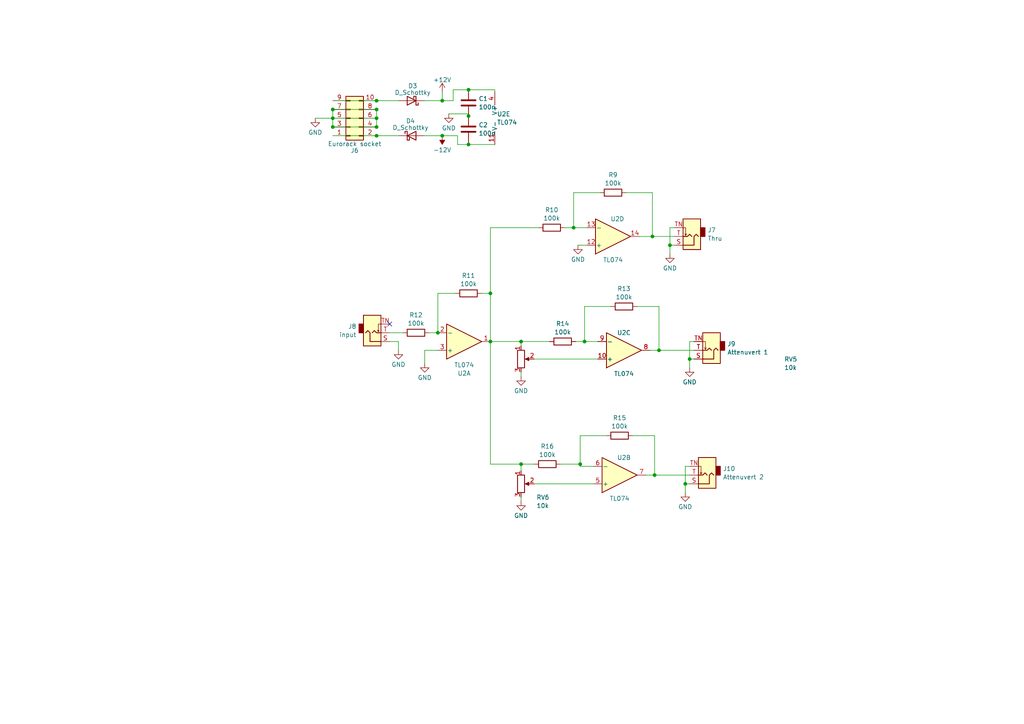
<source format=kicad_sch>
(kicad_sch (version 20230121) (generator eeschema)

  (uuid 4525c15f-808e-4e36-ad37-aac1b11607b8)

  (paper "A4")

  (lib_symbols
    (symbol "Amplifier_Operational:TL074" (pin_names (offset 0.127)) (in_bom yes) (on_board yes)
      (property "Reference" "U" (at 0 5.08 0)
        (effects (font (size 1.27 1.27)) (justify left))
      )
      (property "Value" "TL074" (at 0 -5.08 0)
        (effects (font (size 1.27 1.27)) (justify left))
      )
      (property "Footprint" "" (at -1.27 2.54 0)
        (effects (font (size 1.27 1.27)) hide)
      )
      (property "Datasheet" "http://www.ti.com/lit/ds/symlink/tl071.pdf" (at 1.27 5.08 0)
        (effects (font (size 1.27 1.27)) hide)
      )
      (property "ki_locked" "" (at 0 0 0)
        (effects (font (size 1.27 1.27)))
      )
      (property "ki_keywords" "quad opamp" (at 0 0 0)
        (effects (font (size 1.27 1.27)) hide)
      )
      (property "ki_description" "Quad Low-Noise JFET-Input Operational Amplifiers, DIP-14/SOIC-14" (at 0 0 0)
        (effects (font (size 1.27 1.27)) hide)
      )
      (property "ki_fp_filters" "SOIC*3.9x8.7mm*P1.27mm* DIP*W7.62mm* TSSOP*4.4x5mm*P0.65mm* SSOP*5.3x6.2mm*P0.65mm* MSOP*3x3mm*P0.5mm*" (at 0 0 0)
        (effects (font (size 1.27 1.27)) hide)
      )
      (symbol "TL074_1_1"
        (polyline
          (pts
            (xy -5.08 5.08)
            (xy 5.08 0)
            (xy -5.08 -5.08)
            (xy -5.08 5.08)
          )
          (stroke (width 0.254) (type default))
          (fill (type background))
        )
        (pin output line (at 7.62 0 180) (length 2.54)
          (name "~" (effects (font (size 1.27 1.27))))
          (number "1" (effects (font (size 1.27 1.27))))
        )
        (pin input line (at -7.62 -2.54 0) (length 2.54)
          (name "-" (effects (font (size 1.27 1.27))))
          (number "2" (effects (font (size 1.27 1.27))))
        )
        (pin input line (at -7.62 2.54 0) (length 2.54)
          (name "+" (effects (font (size 1.27 1.27))))
          (number "3" (effects (font (size 1.27 1.27))))
        )
      )
      (symbol "TL074_2_1"
        (polyline
          (pts
            (xy -5.08 5.08)
            (xy 5.08 0)
            (xy -5.08 -5.08)
            (xy -5.08 5.08)
          )
          (stroke (width 0.254) (type default))
          (fill (type background))
        )
        (pin input line (at -7.62 2.54 0) (length 2.54)
          (name "+" (effects (font (size 1.27 1.27))))
          (number "5" (effects (font (size 1.27 1.27))))
        )
        (pin input line (at -7.62 -2.54 0) (length 2.54)
          (name "-" (effects (font (size 1.27 1.27))))
          (number "6" (effects (font (size 1.27 1.27))))
        )
        (pin output line (at 7.62 0 180) (length 2.54)
          (name "~" (effects (font (size 1.27 1.27))))
          (number "7" (effects (font (size 1.27 1.27))))
        )
      )
      (symbol "TL074_3_1"
        (polyline
          (pts
            (xy -5.08 5.08)
            (xy 5.08 0)
            (xy -5.08 -5.08)
            (xy -5.08 5.08)
          )
          (stroke (width 0.254) (type default))
          (fill (type background))
        )
        (pin input line (at -7.62 2.54 0) (length 2.54)
          (name "+" (effects (font (size 1.27 1.27))))
          (number "10" (effects (font (size 1.27 1.27))))
        )
        (pin output line (at 7.62 0 180) (length 2.54)
          (name "~" (effects (font (size 1.27 1.27))))
          (number "8" (effects (font (size 1.27 1.27))))
        )
        (pin input line (at -7.62 -2.54 0) (length 2.54)
          (name "-" (effects (font (size 1.27 1.27))))
          (number "9" (effects (font (size 1.27 1.27))))
        )
      )
      (symbol "TL074_4_1"
        (polyline
          (pts
            (xy -5.08 5.08)
            (xy 5.08 0)
            (xy -5.08 -5.08)
            (xy -5.08 5.08)
          )
          (stroke (width 0.254) (type default))
          (fill (type background))
        )
        (pin input line (at -7.62 2.54 0) (length 2.54)
          (name "+" (effects (font (size 1.27 1.27))))
          (number "12" (effects (font (size 1.27 1.27))))
        )
        (pin input line (at -7.62 -2.54 0) (length 2.54)
          (name "-" (effects (font (size 1.27 1.27))))
          (number "13" (effects (font (size 1.27 1.27))))
        )
        (pin output line (at 7.62 0 180) (length 2.54)
          (name "~" (effects (font (size 1.27 1.27))))
          (number "14" (effects (font (size 1.27 1.27))))
        )
      )
      (symbol "TL074_5_1"
        (pin power_in line (at -2.54 -7.62 90) (length 3.81)
          (name "V-" (effects (font (size 1.27 1.27))))
          (number "11" (effects (font (size 1.27 1.27))))
        )
        (pin power_in line (at -2.54 7.62 270) (length 3.81)
          (name "V+" (effects (font (size 1.27 1.27))))
          (number "4" (effects (font (size 1.27 1.27))))
        )
      )
    )
    (symbol "Connector_Audio:AudioJack2_SwitchT" (in_bom yes) (on_board yes)
      (property "Reference" "J" (at 0 8.89 0)
        (effects (font (size 1.27 1.27)))
      )
      (property "Value" "AudioJack2_SwitchT" (at 0 6.35 0)
        (effects (font (size 1.27 1.27)))
      )
      (property "Footprint" "" (at 0 0 0)
        (effects (font (size 1.27 1.27)) hide)
      )
      (property "Datasheet" "~" (at 0 0 0)
        (effects (font (size 1.27 1.27)) hide)
      )
      (property "ki_keywords" "audio jack receptacle mono headphones phone TS connector" (at 0 0 0)
        (effects (font (size 1.27 1.27)) hide)
      )
      (property "ki_description" "Audio Jack, 2 Poles (Mono / TS), Switched T Pole (Normalling)" (at 0 0 0)
        (effects (font (size 1.27 1.27)) hide)
      )
      (property "ki_fp_filters" "Jack*" (at 0 0 0)
        (effects (font (size 1.27 1.27)) hide)
      )
      (symbol "AudioJack2_SwitchT_0_1"
        (rectangle (start -2.54 0) (end -3.81 -2.54)
          (stroke (width 0.254) (type default))
          (fill (type outline))
        )
        (polyline
          (pts
            (xy 1.778 -0.254)
            (xy 2.032 -0.762)
          )
          (stroke (width 0) (type default))
          (fill (type none))
        )
        (polyline
          (pts
            (xy 0 0)
            (xy 0.635 -0.635)
            (xy 1.27 0)
            (xy 2.54 0)
          )
          (stroke (width 0.254) (type default))
          (fill (type none))
        )
        (polyline
          (pts
            (xy 2.54 -2.54)
            (xy 1.778 -2.54)
            (xy 1.778 -0.254)
            (xy 1.524 -0.762)
          )
          (stroke (width 0) (type default))
          (fill (type none))
        )
        (polyline
          (pts
            (xy 2.54 2.54)
            (xy -0.635 2.54)
            (xy -0.635 0)
            (xy -1.27 -0.635)
            (xy -1.905 0)
          )
          (stroke (width 0.254) (type default))
          (fill (type none))
        )
        (rectangle (start 2.54 3.81) (end -2.54 -5.08)
          (stroke (width 0.254) (type default))
          (fill (type background))
        )
      )
      (symbol "AudioJack2_SwitchT_1_1"
        (pin passive line (at 5.08 2.54 180) (length 2.54)
          (name "~" (effects (font (size 1.27 1.27))))
          (number "S" (effects (font (size 1.27 1.27))))
        )
        (pin passive line (at 5.08 0 180) (length 2.54)
          (name "~" (effects (font (size 1.27 1.27))))
          (number "T" (effects (font (size 1.27 1.27))))
        )
        (pin passive line (at 5.08 -2.54 180) (length 2.54)
          (name "~" (effects (font (size 1.27 1.27))))
          (number "TN" (effects (font (size 1.27 1.27))))
        )
      )
    )
    (symbol "Connector_Generic:Conn_02x05_Odd_Even" (pin_names (offset 1.016) hide) (in_bom yes) (on_board yes)
      (property "Reference" "J" (at 1.27 7.62 0)
        (effects (font (size 1.27 1.27)))
      )
      (property "Value" "Conn_02x05_Odd_Even" (at 1.27 -7.62 0)
        (effects (font (size 1.27 1.27)))
      )
      (property "Footprint" "" (at 0 0 0)
        (effects (font (size 1.27 1.27)) hide)
      )
      (property "Datasheet" "~" (at 0 0 0)
        (effects (font (size 1.27 1.27)) hide)
      )
      (property "ki_keywords" "connector" (at 0 0 0)
        (effects (font (size 1.27 1.27)) hide)
      )
      (property "ki_description" "Generic connector, double row, 02x05, odd/even pin numbering scheme (row 1 odd numbers, row 2 even numbers), script generated (kicad-library-utils/schlib/autogen/connector/)" (at 0 0 0)
        (effects (font (size 1.27 1.27)) hide)
      )
      (property "ki_fp_filters" "Connector*:*_2x??_*" (at 0 0 0)
        (effects (font (size 1.27 1.27)) hide)
      )
      (symbol "Conn_02x05_Odd_Even_1_1"
        (rectangle (start -1.27 -4.953) (end 0 -5.207)
          (stroke (width 0.1524) (type default))
          (fill (type none))
        )
        (rectangle (start -1.27 -2.413) (end 0 -2.667)
          (stroke (width 0.1524) (type default))
          (fill (type none))
        )
        (rectangle (start -1.27 0.127) (end 0 -0.127)
          (stroke (width 0.1524) (type default))
          (fill (type none))
        )
        (rectangle (start -1.27 2.667) (end 0 2.413)
          (stroke (width 0.1524) (type default))
          (fill (type none))
        )
        (rectangle (start -1.27 5.207) (end 0 4.953)
          (stroke (width 0.1524) (type default))
          (fill (type none))
        )
        (rectangle (start -1.27 6.35) (end 3.81 -6.35)
          (stroke (width 0.254) (type default))
          (fill (type background))
        )
        (rectangle (start 3.81 -4.953) (end 2.54 -5.207)
          (stroke (width 0.1524) (type default))
          (fill (type none))
        )
        (rectangle (start 3.81 -2.413) (end 2.54 -2.667)
          (stroke (width 0.1524) (type default))
          (fill (type none))
        )
        (rectangle (start 3.81 0.127) (end 2.54 -0.127)
          (stroke (width 0.1524) (type default))
          (fill (type none))
        )
        (rectangle (start 3.81 2.667) (end 2.54 2.413)
          (stroke (width 0.1524) (type default))
          (fill (type none))
        )
        (rectangle (start 3.81 5.207) (end 2.54 4.953)
          (stroke (width 0.1524) (type default))
          (fill (type none))
        )
        (pin passive line (at -5.08 5.08 0) (length 3.81)
          (name "Pin_1" (effects (font (size 1.27 1.27))))
          (number "1" (effects (font (size 1.27 1.27))))
        )
        (pin passive line (at 7.62 -5.08 180) (length 3.81)
          (name "Pin_10" (effects (font (size 1.27 1.27))))
          (number "10" (effects (font (size 1.27 1.27))))
        )
        (pin passive line (at 7.62 5.08 180) (length 3.81)
          (name "Pin_2" (effects (font (size 1.27 1.27))))
          (number "2" (effects (font (size 1.27 1.27))))
        )
        (pin passive line (at -5.08 2.54 0) (length 3.81)
          (name "Pin_3" (effects (font (size 1.27 1.27))))
          (number "3" (effects (font (size 1.27 1.27))))
        )
        (pin passive line (at 7.62 2.54 180) (length 3.81)
          (name "Pin_4" (effects (font (size 1.27 1.27))))
          (number "4" (effects (font (size 1.27 1.27))))
        )
        (pin passive line (at -5.08 0 0) (length 3.81)
          (name "Pin_5" (effects (font (size 1.27 1.27))))
          (number "5" (effects (font (size 1.27 1.27))))
        )
        (pin passive line (at 7.62 0 180) (length 3.81)
          (name "Pin_6" (effects (font (size 1.27 1.27))))
          (number "6" (effects (font (size 1.27 1.27))))
        )
        (pin passive line (at -5.08 -2.54 0) (length 3.81)
          (name "Pin_7" (effects (font (size 1.27 1.27))))
          (number "7" (effects (font (size 1.27 1.27))))
        )
        (pin passive line (at 7.62 -2.54 180) (length 3.81)
          (name "Pin_8" (effects (font (size 1.27 1.27))))
          (number "8" (effects (font (size 1.27 1.27))))
        )
        (pin passive line (at -5.08 -5.08 0) (length 3.81)
          (name "Pin_9" (effects (font (size 1.27 1.27))))
          (number "9" (effects (font (size 1.27 1.27))))
        )
      )
    )
    (symbol "Device:C" (pin_numbers hide) (pin_names (offset 0.254)) (in_bom yes) (on_board yes)
      (property "Reference" "C" (at 0.635 2.54 0)
        (effects (font (size 1.27 1.27)) (justify left))
      )
      (property "Value" "C" (at 0.635 -2.54 0)
        (effects (font (size 1.27 1.27)) (justify left))
      )
      (property "Footprint" "" (at 0.9652 -3.81 0)
        (effects (font (size 1.27 1.27)) hide)
      )
      (property "Datasheet" "~" (at 0 0 0)
        (effects (font (size 1.27 1.27)) hide)
      )
      (property "ki_keywords" "cap capacitor" (at 0 0 0)
        (effects (font (size 1.27 1.27)) hide)
      )
      (property "ki_description" "Unpolarized capacitor" (at 0 0 0)
        (effects (font (size 1.27 1.27)) hide)
      )
      (property "ki_fp_filters" "C_*" (at 0 0 0)
        (effects (font (size 1.27 1.27)) hide)
      )
      (symbol "C_0_1"
        (polyline
          (pts
            (xy -2.032 -0.762)
            (xy 2.032 -0.762)
          )
          (stroke (width 0.508) (type default))
          (fill (type none))
        )
        (polyline
          (pts
            (xy -2.032 0.762)
            (xy 2.032 0.762)
          )
          (stroke (width 0.508) (type default))
          (fill (type none))
        )
      )
      (symbol "C_1_1"
        (pin passive line (at 0 3.81 270) (length 2.794)
          (name "~" (effects (font (size 1.27 1.27))))
          (number "1" (effects (font (size 1.27 1.27))))
        )
        (pin passive line (at 0 -3.81 90) (length 2.794)
          (name "~" (effects (font (size 1.27 1.27))))
          (number "2" (effects (font (size 1.27 1.27))))
        )
      )
    )
    (symbol "Device:D_Schottky" (pin_numbers hide) (pin_names (offset 1.016) hide) (in_bom yes) (on_board yes)
      (property "Reference" "D" (at 0 2.54 0)
        (effects (font (size 1.27 1.27)))
      )
      (property "Value" "D_Schottky" (at 0 -2.54 0)
        (effects (font (size 1.27 1.27)))
      )
      (property "Footprint" "" (at 0 0 0)
        (effects (font (size 1.27 1.27)) hide)
      )
      (property "Datasheet" "~" (at 0 0 0)
        (effects (font (size 1.27 1.27)) hide)
      )
      (property "ki_keywords" "diode Schottky" (at 0 0 0)
        (effects (font (size 1.27 1.27)) hide)
      )
      (property "ki_description" "Schottky diode" (at 0 0 0)
        (effects (font (size 1.27 1.27)) hide)
      )
      (property "ki_fp_filters" "TO-???* *_Diode_* *SingleDiode* D_*" (at 0 0 0)
        (effects (font (size 1.27 1.27)) hide)
      )
      (symbol "D_Schottky_0_1"
        (polyline
          (pts
            (xy 1.27 0)
            (xy -1.27 0)
          )
          (stroke (width 0) (type default))
          (fill (type none))
        )
        (polyline
          (pts
            (xy 1.27 1.27)
            (xy 1.27 -1.27)
            (xy -1.27 0)
            (xy 1.27 1.27)
          )
          (stroke (width 0.254) (type default))
          (fill (type none))
        )
        (polyline
          (pts
            (xy -1.905 0.635)
            (xy -1.905 1.27)
            (xy -1.27 1.27)
            (xy -1.27 -1.27)
            (xy -0.635 -1.27)
            (xy -0.635 -0.635)
          )
          (stroke (width 0.254) (type default))
          (fill (type none))
        )
      )
      (symbol "D_Schottky_1_1"
        (pin passive line (at -3.81 0 0) (length 2.54)
          (name "K" (effects (font (size 1.27 1.27))))
          (number "1" (effects (font (size 1.27 1.27))))
        )
        (pin passive line (at 3.81 0 180) (length 2.54)
          (name "A" (effects (font (size 1.27 1.27))))
          (number "2" (effects (font (size 1.27 1.27))))
        )
      )
    )
    (symbol "Device:R" (pin_numbers hide) (pin_names (offset 0)) (in_bom yes) (on_board yes)
      (property "Reference" "R" (at 2.032 0 90)
        (effects (font (size 1.27 1.27)))
      )
      (property "Value" "R" (at 0 0 90)
        (effects (font (size 1.27 1.27)))
      )
      (property "Footprint" "" (at -1.778 0 90)
        (effects (font (size 1.27 1.27)) hide)
      )
      (property "Datasheet" "~" (at 0 0 0)
        (effects (font (size 1.27 1.27)) hide)
      )
      (property "ki_keywords" "R res resistor" (at 0 0 0)
        (effects (font (size 1.27 1.27)) hide)
      )
      (property "ki_description" "Resistor" (at 0 0 0)
        (effects (font (size 1.27 1.27)) hide)
      )
      (property "ki_fp_filters" "R_*" (at 0 0 0)
        (effects (font (size 1.27 1.27)) hide)
      )
      (symbol "R_0_1"
        (rectangle (start -1.016 -2.54) (end 1.016 2.54)
          (stroke (width 0.254) (type default))
          (fill (type none))
        )
      )
      (symbol "R_1_1"
        (pin passive line (at 0 3.81 270) (length 1.27)
          (name "~" (effects (font (size 1.27 1.27))))
          (number "1" (effects (font (size 1.27 1.27))))
        )
        (pin passive line (at 0 -3.81 90) (length 1.27)
          (name "~" (effects (font (size 1.27 1.27))))
          (number "2" (effects (font (size 1.27 1.27))))
        )
      )
    )
    (symbol "Device:R_Potentiometer" (pin_names (offset 1.016) hide) (in_bom yes) (on_board yes)
      (property "Reference" "RV" (at -4.445 0 90)
        (effects (font (size 1.27 1.27)))
      )
      (property "Value" "R_Potentiometer" (at -2.54 0 90)
        (effects (font (size 1.27 1.27)))
      )
      (property "Footprint" "" (at 0 0 0)
        (effects (font (size 1.27 1.27)) hide)
      )
      (property "Datasheet" "~" (at 0 0 0)
        (effects (font (size 1.27 1.27)) hide)
      )
      (property "ki_keywords" "resistor variable" (at 0 0 0)
        (effects (font (size 1.27 1.27)) hide)
      )
      (property "ki_description" "Potentiometer" (at 0 0 0)
        (effects (font (size 1.27 1.27)) hide)
      )
      (property "ki_fp_filters" "Potentiometer*" (at 0 0 0)
        (effects (font (size 1.27 1.27)) hide)
      )
      (symbol "R_Potentiometer_0_1"
        (polyline
          (pts
            (xy 2.54 0)
            (xy 1.524 0)
          )
          (stroke (width 0) (type default))
          (fill (type none))
        )
        (polyline
          (pts
            (xy 1.143 0)
            (xy 2.286 0.508)
            (xy 2.286 -0.508)
            (xy 1.143 0)
          )
          (stroke (width 0) (type default))
          (fill (type outline))
        )
        (rectangle (start 1.016 2.54) (end -1.016 -2.54)
          (stroke (width 0.254) (type default))
          (fill (type none))
        )
      )
      (symbol "R_Potentiometer_1_1"
        (pin passive line (at 0 3.81 270) (length 1.27)
          (name "1" (effects (font (size 1.27 1.27))))
          (number "1" (effects (font (size 1.27 1.27))))
        )
        (pin passive line (at 3.81 0 180) (length 1.27)
          (name "2" (effects (font (size 1.27 1.27))))
          (number "2" (effects (font (size 1.27 1.27))))
        )
        (pin passive line (at 0 -3.81 90) (length 1.27)
          (name "3" (effects (font (size 1.27 1.27))))
          (number "3" (effects (font (size 1.27 1.27))))
        )
      )
    )
    (symbol "power:+12V" (power) (pin_names (offset 0)) (in_bom yes) (on_board yes)
      (property "Reference" "#PWR" (at 0 -3.81 0)
        (effects (font (size 1.27 1.27)) hide)
      )
      (property "Value" "+12V" (at 0 3.556 0)
        (effects (font (size 1.27 1.27)))
      )
      (property "Footprint" "" (at 0 0 0)
        (effects (font (size 1.27 1.27)) hide)
      )
      (property "Datasheet" "" (at 0 0 0)
        (effects (font (size 1.27 1.27)) hide)
      )
      (property "ki_keywords" "global power" (at 0 0 0)
        (effects (font (size 1.27 1.27)) hide)
      )
      (property "ki_description" "Power symbol creates a global label with name \"+12V\"" (at 0 0 0)
        (effects (font (size 1.27 1.27)) hide)
      )
      (symbol "+12V_0_1"
        (polyline
          (pts
            (xy -0.762 1.27)
            (xy 0 2.54)
          )
          (stroke (width 0) (type default))
          (fill (type none))
        )
        (polyline
          (pts
            (xy 0 0)
            (xy 0 2.54)
          )
          (stroke (width 0) (type default))
          (fill (type none))
        )
        (polyline
          (pts
            (xy 0 2.54)
            (xy 0.762 1.27)
          )
          (stroke (width 0) (type default))
          (fill (type none))
        )
      )
      (symbol "+12V_1_1"
        (pin power_in line (at 0 0 90) (length 0) hide
          (name "+12V" (effects (font (size 1.27 1.27))))
          (number "1" (effects (font (size 1.27 1.27))))
        )
      )
    )
    (symbol "power:-12V" (power) (pin_names (offset 0)) (in_bom yes) (on_board yes)
      (property "Reference" "#PWR" (at 0 2.54 0)
        (effects (font (size 1.27 1.27)) hide)
      )
      (property "Value" "-12V" (at 0 3.81 0)
        (effects (font (size 1.27 1.27)))
      )
      (property "Footprint" "" (at 0 0 0)
        (effects (font (size 1.27 1.27)) hide)
      )
      (property "Datasheet" "" (at 0 0 0)
        (effects (font (size 1.27 1.27)) hide)
      )
      (property "ki_keywords" "global power" (at 0 0 0)
        (effects (font (size 1.27 1.27)) hide)
      )
      (property "ki_description" "Power symbol creates a global label with name \"-12V\"" (at 0 0 0)
        (effects (font (size 1.27 1.27)) hide)
      )
      (symbol "-12V_0_0"
        (pin power_in line (at 0 0 90) (length 0) hide
          (name "-12V" (effects (font (size 1.27 1.27))))
          (number "1" (effects (font (size 1.27 1.27))))
        )
      )
      (symbol "-12V_0_1"
        (polyline
          (pts
            (xy 0 0)
            (xy 0 1.27)
            (xy 0.762 1.27)
            (xy 0 2.54)
            (xy -0.762 1.27)
            (xy 0 1.27)
          )
          (stroke (width 0) (type default))
          (fill (type outline))
        )
      )
    )
    (symbol "power:GND" (power) (pin_names (offset 0)) (in_bom yes) (on_board yes)
      (property "Reference" "#PWR" (at 0 -6.35 0)
        (effects (font (size 1.27 1.27)) hide)
      )
      (property "Value" "GND" (at 0 -3.81 0)
        (effects (font (size 1.27 1.27)))
      )
      (property "Footprint" "" (at 0 0 0)
        (effects (font (size 1.27 1.27)) hide)
      )
      (property "Datasheet" "" (at 0 0 0)
        (effects (font (size 1.27 1.27)) hide)
      )
      (property "ki_keywords" "global power" (at 0 0 0)
        (effects (font (size 1.27 1.27)) hide)
      )
      (property "ki_description" "Power symbol creates a global label with name \"GND\" , ground" (at 0 0 0)
        (effects (font (size 1.27 1.27)) hide)
      )
      (symbol "GND_0_1"
        (polyline
          (pts
            (xy 0 0)
            (xy 0 -1.27)
            (xy 1.27 -1.27)
            (xy 0 -2.54)
            (xy -1.27 -1.27)
            (xy 0 -1.27)
          )
          (stroke (width 0) (type default))
          (fill (type none))
        )
      )
      (symbol "GND_1_1"
        (pin power_in line (at 0 0 270) (length 0) hide
          (name "GND" (effects (font (size 1.27 1.27))))
          (number "1" (effects (font (size 1.27 1.27))))
        )
      )
    )
  )

  (junction (at 109.22 29.21) (diameter 0) (color 0 0 0 0)
    (uuid 0bb8de5b-3706-472f-b4d2-712d5fad7354)
  )
  (junction (at 168.275 134.62) (diameter 0) (color 0 0 0 0)
    (uuid 0f71c1d2-2405-4861-b432-c5d9c5d3b1bf)
  )
  (junction (at 189.23 68.58) (diameter 0) (color 0 0 0 0)
    (uuid 1212b1e1-2cf3-4960-802e-0f6f366af7c5)
  )
  (junction (at 127 96.52) (diameter 0) (color 0 0 0 0)
    (uuid 1b09f304-905a-4fdf-95ca-b0c61d272650)
  )
  (junction (at 128.27 39.37) (diameter 0) (color 0 0 0 0)
    (uuid 3225910d-6ff6-4865-8307-7fe5df99dbe0)
  )
  (junction (at 142.24 85.09) (diameter 0) (color 0 0 0 0)
    (uuid 475abb8b-12dd-4235-ab6c-924ae46e84aa)
  )
  (junction (at 166.37 66.04) (diameter 0) (color 0 0 0 0)
    (uuid 4ce16af6-8b88-4904-b64f-c26219a0db32)
  )
  (junction (at 96.52 34.29) (diameter 0) (color 0 0 0 0)
    (uuid 5d97ca22-5865-4ec7-acd6-4d8f8b53abd2)
  )
  (junction (at 109.22 34.29) (diameter 0) (color 0 0 0 0)
    (uuid 6051cccf-a9ed-4d14-bb79-6804a306b9cf)
  )
  (junction (at 200.025 104.14) (diameter 0) (color 0 0 0 0)
    (uuid 630362eb-9dc2-45c5-b5f1-8a0118e10c18)
  )
  (junction (at 96.52 36.83) (diameter 0) (color 0 0 0 0)
    (uuid 654a1f70-52b7-43ee-9936-2a8bdd1068c6)
  )
  (junction (at 135.89 41.91) (diameter 0) (color 0 0 0 0)
    (uuid 720264ea-e388-46ac-8487-3c0e8718dc7b)
  )
  (junction (at 194.31 71.12) (diameter 0) (color 0 0 0 0)
    (uuid 740b8f79-2cee-471b-98ab-ee78544569d9)
  )
  (junction (at 191.135 101.6) (diameter 0) (color 0 0 0 0)
    (uuid 815747eb-af7b-4353-b2c9-a6f0ee68d978)
  )
  (junction (at 109.22 31.75) (diameter 0) (color 0 0 0 0)
    (uuid 8d697309-6052-4bfd-872c-7626c1319807)
  )
  (junction (at 151.13 99.06) (diameter 0) (color 0 0 0 0)
    (uuid 94b815ec-ca7a-401a-ac65-901a81311242)
  )
  (junction (at 198.755 140.335) (diameter 0) (color 0 0 0 0)
    (uuid 97105572-856a-4c06-a4ee-7c9f3243688e)
  )
  (junction (at 189.865 137.795) (diameter 0) (color 0 0 0 0)
    (uuid 988fb9db-3d58-4955-903b-514fb90e3f96)
  )
  (junction (at 135.89 33.655) (diameter 0) (color 0 0 0 0)
    (uuid 9dfcd0a1-ba3d-4ec3-9809-7fd7cce22616)
  )
  (junction (at 109.22 36.83) (diameter 0) (color 0 0 0 0)
    (uuid ab32f4a7-4a1e-4310-8432-3c38346ff45b)
  )
  (junction (at 96.52 31.75) (diameter 0) (color 0 0 0 0)
    (uuid b17de857-eb23-4a44-ad31-3b464f8aa603)
  )
  (junction (at 109.22 39.37) (diameter 0) (color 0 0 0 0)
    (uuid d14db723-6256-4bef-a21d-a638c3791be8)
  )
  (junction (at 128.27 29.21) (diameter 0) (color 0 0 0 0)
    (uuid d2e55146-1fac-4e06-8c84-c43650a088a0)
  )
  (junction (at 135.89 26.035) (diameter 0) (color 0 0 0 0)
    (uuid d49f6b2d-9ad9-48ed-9d40-007d0d520e0c)
  )
  (junction (at 151.13 134.62) (diameter 0) (color 0 0 0 0)
    (uuid f3019de7-b669-435a-b883-d2d296217fc1)
  )
  (junction (at 142.24 99.06) (diameter 0) (color 0 0 0 0)
    (uuid f3868671-a444-445c-a802-006734e1edbc)
  )
  (junction (at 169.545 99.06) (diameter 0) (color 0 0 0 0)
    (uuid f5952aae-c32e-4aef-9814-179305166bf2)
  )

  (no_connect (at 113.03 93.98) (uuid 44135d82-165d-4204-a80c-a3686cc9e1c1))

  (wire (pts (xy 130.175 33.02) (xy 135.89 33.02))
    (stroke (width 0) (type default))
    (uuid 00d8886f-f64b-4017-81ce-d7f212939692)
  )
  (wire (pts (xy 166.37 55.88) (xy 166.37 66.04))
    (stroke (width 0) (type default))
    (uuid 0b76f2d9-13d7-454e-adc8-c0ce3534290c)
  )
  (wire (pts (xy 96.52 34.29) (xy 96.52 36.83))
    (stroke (width 0) (type default))
    (uuid 0d0412be-e127-49a7-809a-4d3f93046801)
  )
  (wire (pts (xy 200.025 135.255) (xy 198.755 135.255))
    (stroke (width 0) (type default))
    (uuid 11dff4da-0065-45fe-9ac2-732cac1bf891)
  )
  (wire (pts (xy 181.61 55.88) (xy 189.23 55.88))
    (stroke (width 0) (type default))
    (uuid 14c85666-43d6-456f-90dc-02d5d71facc3)
  )
  (wire (pts (xy 189.23 55.88) (xy 189.23 68.58))
    (stroke (width 0) (type default))
    (uuid 16fa18a5-a8b4-45ea-9a31-3062e5522cb5)
  )
  (wire (pts (xy 201.295 99.06) (xy 200.025 99.06))
    (stroke (width 0) (type default))
    (uuid 1c7e3105-d837-4f79-a849-0dceba616fd6)
  )
  (wire (pts (xy 109.22 31.75) (xy 109.22 34.29))
    (stroke (width 0) (type default))
    (uuid 1cbd2759-3bd3-4352-a83e-ba48b81b9bcf)
  )
  (wire (pts (xy 169.545 88.9) (xy 169.545 99.06))
    (stroke (width 0) (type default))
    (uuid 20133be9-aa9a-4160-8351-04690998630d)
  )
  (wire (pts (xy 194.31 66.04) (xy 194.31 71.12))
    (stroke (width 0) (type default))
    (uuid 229bc281-8f62-47cc-8f75-7e0c901baa04)
  )
  (wire (pts (xy 162.56 134.62) (xy 168.275 134.62))
    (stroke (width 0) (type default))
    (uuid 27729149-68da-4470-a15a-8c052b5cf9d1)
  )
  (wire (pts (xy 128.27 39.37) (xy 132.715 39.37))
    (stroke (width 0) (type default))
    (uuid 2c3acdc9-0ab7-4d41-8b84-b0cedf886ddb)
  )
  (wire (pts (xy 131.445 26.035) (xy 131.445 29.21))
    (stroke (width 0) (type default))
    (uuid 3130b851-571b-493a-a2a2-8bc34c1e4ac0)
  )
  (wire (pts (xy 189.865 137.795) (xy 200.025 137.795))
    (stroke (width 0) (type default))
    (uuid 31972763-5997-489f-b32e-ba202d8e8bc4)
  )
  (wire (pts (xy 168.275 126.365) (xy 168.275 134.62))
    (stroke (width 0) (type default))
    (uuid 319efd6e-686b-4a80-868b-9503ab8e051a)
  )
  (wire (pts (xy 191.135 101.6) (xy 201.295 101.6))
    (stroke (width 0) (type default))
    (uuid 375f04b0-ff3d-44d9-b2b5-5a983599b5ce)
  )
  (wire (pts (xy 151.13 99.06) (xy 159.385 99.06))
    (stroke (width 0) (type default))
    (uuid 38f44d7c-851f-4c91-b4f9-083e31e6d56f)
  )
  (wire (pts (xy 115.57 99.06) (xy 115.57 101.6))
    (stroke (width 0) (type default))
    (uuid 3bd65d2a-19b2-4def-ab99-1dbb81182467)
  )
  (wire (pts (xy 191.135 88.9) (xy 191.135 101.6))
    (stroke (width 0) (type default))
    (uuid 3d0ee4be-43c4-437a-b85e-7b2f5fad8b4d)
  )
  (wire (pts (xy 201.295 104.14) (xy 200.025 104.14))
    (stroke (width 0) (type default))
    (uuid 419a27cd-b7dd-4c99-a2fb-dc6cf561d0d4)
  )
  (wire (pts (xy 127 85.09) (xy 127 96.52))
    (stroke (width 0) (type default))
    (uuid 4496c4e3-4c0c-4c25-98a1-b7787a4d6f96)
  )
  (wire (pts (xy 142.24 85.09) (xy 142.24 99.06))
    (stroke (width 0) (type default))
    (uuid 46ae7764-0e72-4421-89f6-71b45974f31e)
  )
  (wire (pts (xy 123.19 29.21) (xy 128.27 29.21))
    (stroke (width 0) (type default))
    (uuid 47bf4142-5e4e-448e-833f-b2fe185d629e)
  )
  (wire (pts (xy 168.275 126.365) (xy 175.895 126.365))
    (stroke (width 0) (type default))
    (uuid 4d121375-5f28-4982-919a-27c3de216100)
  )
  (wire (pts (xy 142.24 66.04) (xy 156.21 66.04))
    (stroke (width 0) (type default))
    (uuid 4fa01646-b9ad-4f35-bd60-9907ba98c426)
  )
  (wire (pts (xy 109.22 34.29) (xy 109.22 36.83))
    (stroke (width 0) (type default))
    (uuid 553d9019-32db-47e0-9695-cd03c98bf62b)
  )
  (wire (pts (xy 139.7 85.09) (xy 142.24 85.09))
    (stroke (width 0) (type default))
    (uuid 583474ab-ce7c-4b9e-8529-6758aca37986)
  )
  (wire (pts (xy 96.52 29.21) (xy 109.22 29.21))
    (stroke (width 0) (type default))
    (uuid 5c484ece-b601-4130-bc8e-faae98a66392)
  )
  (wire (pts (xy 135.89 41.275) (xy 135.89 41.91))
    (stroke (width 0) (type default))
    (uuid 5ca1e21d-4e8e-43a6-926c-74cc7407012e)
  )
  (wire (pts (xy 168.275 134.62) (xy 168.275 135.255))
    (stroke (width 0) (type default))
    (uuid 5d9d0369-ade3-41a8-a4e8-4ea7e42840f2)
  )
  (wire (pts (xy 198.755 140.335) (xy 198.755 142.875))
    (stroke (width 0) (type default))
    (uuid 5e46ab55-910d-40c7-8a9a-a2ddea45b975)
  )
  (wire (pts (xy 200.025 140.335) (xy 198.755 140.335))
    (stroke (width 0) (type default))
    (uuid 649312ec-0998-415a-b834-c20401002ffa)
  )
  (wire (pts (xy 132.715 39.37) (xy 132.715 41.91))
    (stroke (width 0) (type default))
    (uuid 69079147-07b4-4e8f-bbe6-0e9480790b01)
  )
  (wire (pts (xy 128.27 29.21) (xy 128.27 26.67))
    (stroke (width 0) (type default))
    (uuid 6eda28dc-0b38-4e6d-b8cb-7126478345a9)
  )
  (wire (pts (xy 96.52 39.37) (xy 109.22 39.37))
    (stroke (width 0) (type default))
    (uuid 71ca7c2e-1a49-44d1-933f-4bf04ed03092)
  )
  (wire (pts (xy 169.545 99.06) (xy 173.355 99.06))
    (stroke (width 0) (type default))
    (uuid 72d93b78-0a6b-4926-8c18-eb65fa35b773)
  )
  (wire (pts (xy 96.52 36.83) (xy 109.22 36.83))
    (stroke (width 0) (type default))
    (uuid 752b104f-3f15-4531-8d5d-4efff7b18025)
  )
  (wire (pts (xy 123.19 101.6) (xy 123.19 105.41))
    (stroke (width 0) (type default))
    (uuid 78924c95-159d-4ed1-930e-a4f41d064a3f)
  )
  (wire (pts (xy 135.89 26.035) (xy 143.51 26.035))
    (stroke (width 0) (type default))
    (uuid 7d6a820e-7909-42ec-b6b8-ceab15a1cf37)
  )
  (wire (pts (xy 143.51 26.035) (xy 143.51 26.67))
    (stroke (width 0) (type default))
    (uuid 80d60b0b-d3b5-40bc-a375-7d98f485afbb)
  )
  (wire (pts (xy 142.24 134.62) (xy 151.13 134.62))
    (stroke (width 0) (type default))
    (uuid 86b180ee-ae63-4806-8afd-a8c7ffe789bd)
  )
  (wire (pts (xy 200.025 104.14) (xy 200.025 106.68))
    (stroke (width 0) (type default))
    (uuid 8724dce9-09aa-4052-897a-2aad7074e9bd)
  )
  (wire (pts (xy 151.13 99.06) (xy 151.13 100.33))
    (stroke (width 0) (type default))
    (uuid 87d06f31-c8a1-4a25-baca-b8413c02af9e)
  )
  (wire (pts (xy 151.13 134.62) (xy 154.94 134.62))
    (stroke (width 0) (type default))
    (uuid 8c0a0cd4-eeb9-4875-9b45-f1889f5de2ff)
  )
  (wire (pts (xy 189.23 68.58) (xy 195.58 68.58))
    (stroke (width 0) (type default))
    (uuid 8d4dcf18-3104-43b5-95fa-9eae83ed2743)
  )
  (wire (pts (xy 169.545 88.9) (xy 177.165 88.9))
    (stroke (width 0) (type default))
    (uuid 9177f30f-4e5a-44b9-b04b-d4218dc1ec82)
  )
  (wire (pts (xy 132.715 41.91) (xy 135.89 41.91))
    (stroke (width 0) (type default))
    (uuid 91b1aa7a-4bc8-48f8-940b-0ac806a26190)
  )
  (wire (pts (xy 96.52 31.75) (xy 96.52 34.29))
    (stroke (width 0) (type default))
    (uuid 97a2a6d0-2f77-4342-9436-b1fd8b1d6bf8)
  )
  (wire (pts (xy 194.31 71.12) (xy 194.31 73.66))
    (stroke (width 0) (type default))
    (uuid 99d412dc-84f0-46e6-97c1-0098ee8b15f7)
  )
  (wire (pts (xy 132.08 85.09) (xy 127 85.09))
    (stroke (width 0) (type default))
    (uuid 9b7fc7a0-6433-450f-ac88-9c055f863706)
  )
  (wire (pts (xy 184.785 88.9) (xy 191.135 88.9))
    (stroke (width 0) (type default))
    (uuid 9e3a08d3-7c08-4a07-8548-f13c9c3b4f09)
  )
  (wire (pts (xy 191.135 101.6) (xy 188.595 101.6))
    (stroke (width 0) (type default))
    (uuid a085f7f4-69ff-4125-bf5b-bdedbc5a8ca7)
  )
  (wire (pts (xy 91.44 34.29) (xy 96.52 34.29))
    (stroke (width 0) (type default))
    (uuid a0cd9c00-0466-491c-b59d-22deae175691)
  )
  (wire (pts (xy 123.19 39.37) (xy 128.27 39.37))
    (stroke (width 0) (type default))
    (uuid a123318d-14e8-46d3-9663-79e6d15df1f0)
  )
  (wire (pts (xy 151.13 107.95) (xy 151.13 109.22))
    (stroke (width 0) (type default))
    (uuid a1238c78-69b4-4f13-a7fd-e6b5a39058c2)
  )
  (wire (pts (xy 154.94 140.335) (xy 172.085 140.335))
    (stroke (width 0) (type default))
    (uuid a1bc65ca-c867-4475-ac69-0a8941503cf4)
  )
  (wire (pts (xy 142.24 99.06) (xy 151.13 99.06))
    (stroke (width 0) (type default))
    (uuid a30fcc6d-bf1d-491f-8f24-9a11db10f443)
  )
  (wire (pts (xy 96.52 31.75) (xy 109.22 31.75))
    (stroke (width 0) (type default))
    (uuid a57e871a-7317-4935-b207-1b6ad95b2920)
  )
  (wire (pts (xy 195.58 66.04) (xy 194.31 66.04))
    (stroke (width 0) (type default))
    (uuid a5a6e93f-bd67-4b8c-acc8-1f04f69e0986)
  )
  (wire (pts (xy 154.94 104.14) (xy 173.355 104.14))
    (stroke (width 0) (type default))
    (uuid abdba60b-570c-48c8-af04-ad4d0596b334)
  )
  (wire (pts (xy 115.57 99.06) (xy 113.03 99.06))
    (stroke (width 0) (type default))
    (uuid af68f63a-1a6b-4183-bcb1-c674bf1958f2)
  )
  (wire (pts (xy 131.445 29.21) (xy 128.27 29.21))
    (stroke (width 0) (type default))
    (uuid b4972e73-8b0e-4907-beb2-e0c867ad0ca8)
  )
  (wire (pts (xy 135.89 26.035) (xy 131.445 26.035))
    (stroke (width 0) (type default))
    (uuid bab8e18b-eec1-41bc-90fc-ffd9edc5ffc2)
  )
  (wire (pts (xy 135.89 33.02) (xy 135.89 33.655))
    (stroke (width 0) (type default))
    (uuid bb2bc903-3950-40b2-b149-3a594ae0ccd4)
  )
  (wire (pts (xy 135.89 41.91) (xy 143.51 41.91))
    (stroke (width 0) (type default))
    (uuid bc25400d-5864-4820-a738-36392d02dda2)
  )
  (wire (pts (xy 189.865 137.795) (xy 187.325 137.795))
    (stroke (width 0) (type default))
    (uuid be1e90ad-8015-44de-a2f6-1f7512d08cbc)
  )
  (wire (pts (xy 96.52 34.29) (xy 109.22 34.29))
    (stroke (width 0) (type default))
    (uuid c0eb6495-bb46-4618-b57b-b6f05bc412e1)
  )
  (wire (pts (xy 127 101.6) (xy 123.19 101.6))
    (stroke (width 0) (type default))
    (uuid c30fb779-09de-4826-bef3-f4bf48afdf9a)
  )
  (wire (pts (xy 189.23 68.58) (xy 185.42 68.58))
    (stroke (width 0) (type default))
    (uuid c38128ed-2fc4-4b07-af4c-3cafd6645603)
  )
  (wire (pts (xy 189.865 126.365) (xy 189.865 137.795))
    (stroke (width 0) (type default))
    (uuid c3d698f5-bffd-48cb-8608-2e8271e480b1)
  )
  (wire (pts (xy 198.755 135.255) (xy 198.755 140.335))
    (stroke (width 0) (type default))
    (uuid c5094152-224b-4e8a-8793-d9318704cbac)
  )
  (wire (pts (xy 109.22 39.37) (xy 115.57 39.37))
    (stroke (width 0) (type default))
    (uuid c6449a74-c4a9-4e50-aeb9-3ca6addc7f8e)
  )
  (wire (pts (xy 173.99 55.88) (xy 166.37 55.88))
    (stroke (width 0) (type default))
    (uuid c7db1842-ac2b-4c22-b215-13d9015696f7)
  )
  (wire (pts (xy 142.24 85.09) (xy 142.24 66.04))
    (stroke (width 0) (type default))
    (uuid c9c19e40-9aac-4167-8398-7c7c08cbefd1)
  )
  (wire (pts (xy 163.83 66.04) (xy 166.37 66.04))
    (stroke (width 0) (type default))
    (uuid d17bca8a-0be7-49d6-ad5a-8bb8d0764e15)
  )
  (wire (pts (xy 124.46 96.52) (xy 127 96.52))
    (stroke (width 0) (type default))
    (uuid dc2c7de0-9080-4851-8f32-ec2b689a06ce)
  )
  (wire (pts (xy 151.13 134.62) (xy 151.13 136.525))
    (stroke (width 0) (type default))
    (uuid e20b09e1-ab1c-4466-a308-c9ef679ef275)
  )
  (wire (pts (xy 195.58 71.12) (xy 194.31 71.12))
    (stroke (width 0) (type default))
    (uuid e59e8f87-c658-45b2-832d-da2a5cebe3ef)
  )
  (wire (pts (xy 151.13 144.145) (xy 151.13 145.415))
    (stroke (width 0) (type default))
    (uuid ea2813ba-3f8e-4a8e-b517-cbe4079e8f1b)
  )
  (wire (pts (xy 116.84 96.52) (xy 113.03 96.52))
    (stroke (width 0) (type default))
    (uuid eff5e975-c9a8-4874-bdf1-677d248796f8)
  )
  (wire (pts (xy 168.275 135.255) (xy 172.085 135.255))
    (stroke (width 0) (type default))
    (uuid f21aa50a-02b3-4c43-88be-ce02edcd9eeb)
  )
  (wire (pts (xy 109.22 29.21) (xy 115.57 29.21))
    (stroke (width 0) (type default))
    (uuid f4899a27-3900-4fc0-b0a8-b90a2585940b)
  )
  (wire (pts (xy 142.24 99.06) (xy 142.24 134.62))
    (stroke (width 0) (type default))
    (uuid f65a606a-03f9-47a4-afd4-a48e6b4039fc)
  )
  (wire (pts (xy 167.005 99.06) (xy 169.545 99.06))
    (stroke (width 0) (type default))
    (uuid f7954bbd-c6ec-4f00-b04e-76b164a1080c)
  )
  (wire (pts (xy 200.025 99.06) (xy 200.025 104.14))
    (stroke (width 0) (type default))
    (uuid f94a0eb3-68d5-4bad-ae34-cc9cdc70bb55)
  )
  (wire (pts (xy 183.515 126.365) (xy 189.865 126.365))
    (stroke (width 0) (type default))
    (uuid f9baaa7f-b80e-4fa0-af2a-8fbf0a3e231c)
  )
  (wire (pts (xy 167.64 71.12) (xy 170.18 71.12))
    (stroke (width 0) (type default))
    (uuid fc82460f-8ba8-4b8e-8435-3f0ab2297bf5)
  )
  (wire (pts (xy 166.37 66.04) (xy 170.18 66.04))
    (stroke (width 0) (type default))
    (uuid fe5ce4a8-abcf-4f85-ab8a-36533cbf8f8f)
  )

  (symbol (lib_id "Connector_Generic:Conn_02x05_Odd_Even") (at 101.6 34.29 0) (mirror x) (unit 1)
    (in_bom yes) (on_board yes) (dnp no)
    (uuid 1415e108-dd08-4139-a90d-91ce110f4d23)
    (property "Reference" "J6" (at 102.87 43.6499 0)
      (effects (font (size 1.27 1.27)))
    )
    (property "Value" "Eurorack socket" (at 102.87 41.7289 0)
      (effects (font (size 1.27 1.27)))
    )
    (property "Footprint" "Connector_IDC:IDC-Header_2x05_P2.54mm_Vertical" (at 101.6 34.29 0)
      (effects (font (size 1.27 1.27)) hide)
    )
    (property "Datasheet" "~" (at 101.6 34.29 0)
      (effects (font (size 1.27 1.27)) hide)
    )
    (pin "1" (uuid 87b00d2e-e19a-417b-8bce-de7e87567fb2))
    (pin "10" (uuid 58cdcfd1-a225-4de0-9377-b1638df8f0d9))
    (pin "2" (uuid 7276e7d8-13e9-40e0-add7-b055d5013550))
    (pin "3" (uuid 912e2eb0-c50d-4a16-91be-c5958adaec9b))
    (pin "4" (uuid d45487a8-e817-4864-8e19-c25423b59df9))
    (pin "5" (uuid 35456dbd-569f-4bef-a9a0-c34804765f20))
    (pin "6" (uuid 1537d841-6b1c-4ab9-ac06-dd486ba3a6dd))
    (pin "7" (uuid 458f8709-ca61-4b63-908e-26fb7b3227fd))
    (pin "8" (uuid be76e328-b108-4456-aa85-44cd4acc279d))
    (pin "9" (uuid c6830871-ff21-41d7-9ac7-8969b40f732b))
    (instances
      (project "EuroClack - Multiverter - main PCB"
        (path "/4525c15f-808e-4e36-ad37-aac1b11607b8"
          (reference "J6") (unit 1)
        )
      )
      (project "Euroclack_VCF1"
        (path "/c23848a2-d966-4796-bc9c-92a3d85c9e97"
          (reference "J5") (unit 1)
        )
      )
    )
  )

  (symbol (lib_id "power:+12V") (at 128.27 26.67 0) (unit 1)
    (in_bom yes) (on_board yes) (dnp no) (fields_autoplaced)
    (uuid 19f8f18a-f308-4247-bf8f-b3fbf9a054a3)
    (property "Reference" "#PWR015" (at 128.27 30.48 0)
      (effects (font (size 1.27 1.27)) hide)
    )
    (property "Value" "+12V" (at 128.27 23.1681 0)
      (effects (font (size 1.27 1.27)))
    )
    (property "Footprint" "" (at 128.27 26.67 0)
      (effects (font (size 1.27 1.27)) hide)
    )
    (property "Datasheet" "" (at 128.27 26.67 0)
      (effects (font (size 1.27 1.27)) hide)
    )
    (pin "1" (uuid 1a6028e7-4728-4998-bf05-18093431f54d))
    (instances
      (project "EuroClack - Multiverter - main PCB"
        (path "/4525c15f-808e-4e36-ad37-aac1b11607b8"
          (reference "#PWR015") (unit 1)
        )
      )
      (project "Euroclack_VCF1"
        (path "/c23848a2-d966-4796-bc9c-92a3d85c9e97"
          (reference "#PWR019") (unit 1)
        )
      )
    )
  )

  (symbol (lib_id "Amplifier_Operational:TL074") (at 180.975 101.6 0) (mirror x) (unit 3)
    (in_bom yes) (on_board yes) (dnp no)
    (uuid 1a516cba-88d7-430b-974b-c4f50a01098d)
    (property "Reference" "U2" (at 180.975 96.52 0)
      (effects (font (size 1.27 1.27)))
    )
    (property "Value" "TL074" (at 180.975 108.4001 0)
      (effects (font (size 1.27 1.27)))
    )
    (property "Footprint" "Clacktronics:DIP-14_W7.62mm_LongPads" (at 179.705 104.14 0)
      (effects (font (size 1.27 1.27)) hide)
    )
    (property "Datasheet" "http://www.ti.com/lit/ds/symlink/tl071.pdf" (at 182.245 106.68 0)
      (effects (font (size 1.27 1.27)) hide)
    )
    (pin "14" (uuid 02a16c17-27ed-4092-acf5-ba5c72a21769))
    (pin "1" (uuid 210e111b-49cb-4eae-9dbe-289fc3e1a1f7))
    (pin "10" (uuid d009e724-7eac-4cba-9c2b-0f5003fb3902))
    (pin "5" (uuid 9af452fe-dd2c-4158-b274-0bdb10641bc3))
    (pin "6" (uuid c3aa30c0-0542-42bc-9993-02c478601d0f))
    (pin "12" (uuid cc2041ea-9bdd-454d-bdec-481c46442151))
    (pin "2" (uuid c52b64a3-cd62-42c1-baa7-9cddffe7e50d))
    (pin "9" (uuid 96a06daf-b0ed-49a7-ab4f-81c077f22458))
    (pin "13" (uuid 0c53e60a-f5c3-4d82-a679-f582020b2c05))
    (pin "3" (uuid e343ff57-057f-456e-bc80-7a20b405d1c5))
    (pin "4" (uuid e02acb8a-a3ac-443c-8a4d-890bdde6b231))
    (pin "8" (uuid 18d7f775-2003-44ec-a636-7f8234b5ba51))
    (pin "7" (uuid 64911614-ef52-4b28-8c14-7ccf85da897c))
    (pin "11" (uuid ac798726-614a-4d59-bc48-1fa1fb1734b3))
    (instances
      (project "EuroClack - Multiverter - main PCB"
        (path "/4525c15f-808e-4e36-ad37-aac1b11607b8"
          (reference "U2") (unit 3)
        )
      )
    )
  )

  (symbol (lib_id "Amplifier_Operational:TL074") (at 146.05 34.29 0) (unit 5)
    (in_bom yes) (on_board yes) (dnp no) (fields_autoplaced)
    (uuid 26103dec-ae34-4c0c-bb5c-49ea87b05653)
    (property "Reference" "U2" (at 144.145 33.0779 0)
      (effects (font (size 1.27 1.27)) (justify left))
    )
    (property "Value" "TL074" (at 144.145 35.5021 0)
      (effects (font (size 1.27 1.27)) (justify left))
    )
    (property "Footprint" "Clacktronics:DIP-14_W7.62mm_LongPads" (at 144.78 31.75 0)
      (effects (font (size 1.27 1.27)) hide)
    )
    (property "Datasheet" "http://www.ti.com/lit/ds/symlink/tl071.pdf" (at 147.32 29.21 0)
      (effects (font (size 1.27 1.27)) hide)
    )
    (pin "14" (uuid 02a16c17-27ed-4092-acf5-ba5c72a21767))
    (pin "1" (uuid 210e111b-49cb-4eae-9dbe-289fc3e1a1f5))
    (pin "10" (uuid 80b76b57-7fe3-4276-9c64-d0c07cdf49ae))
    (pin "5" (uuid 9af452fe-dd2c-4158-b274-0bdb10641bc1))
    (pin "6" (uuid c3aa30c0-0542-42bc-9993-02c478601d0d))
    (pin "12" (uuid cc2041ea-9bdd-454d-bdec-481c4644214f))
    (pin "2" (uuid c52b64a3-cd62-42c1-baa7-9cddffe7e50b))
    (pin "9" (uuid 9ca503ed-9375-4480-aa65-b122e3deb14e))
    (pin "13" (uuid 0c53e60a-f5c3-4d82-a679-f582020b2c03))
    (pin "3" (uuid e343ff57-057f-456e-bc80-7a20b405d1c3))
    (pin "4" (uuid 8c7a0cc7-1717-419c-ba29-c5b9d374ea36))
    (pin "8" (uuid 5b30f64c-f713-41d8-865d-6cf23c1935c3))
    (pin "7" (uuid 64911614-ef52-4b28-8c14-7ccf85da897a))
    (pin "11" (uuid 17228cd0-1fc3-4fbc-adc4-8a30092bc57b))
    (instances
      (project "EuroClack - Multiverter - main PCB"
        (path "/4525c15f-808e-4e36-ad37-aac1b11607b8"
          (reference "U2") (unit 5)
        )
      )
    )
  )

  (symbol (lib_id "power:GND") (at 194.31 73.66 0) (mirror y) (unit 1)
    (in_bom yes) (on_board yes) (dnp no) (fields_autoplaced)
    (uuid 2914a829-9437-48b3-800d-556ba57f2495)
    (property "Reference" "#PWR018" (at 194.31 80.01 0)
      (effects (font (size 1.27 1.27)) hide)
    )
    (property "Value" "GND" (at 194.31 77.7931 0)
      (effects (font (size 1.27 1.27)))
    )
    (property "Footprint" "" (at 194.31 73.66 0)
      (effects (font (size 1.27 1.27)) hide)
    )
    (property "Datasheet" "" (at 194.31 73.66 0)
      (effects (font (size 1.27 1.27)) hide)
    )
    (pin "1" (uuid 60b00eed-a5d6-4fbc-8dbe-dcab406992cb))
    (instances
      (project "EuroClack - Multiverter - main PCB"
        (path "/4525c15f-808e-4e36-ad37-aac1b11607b8"
          (reference "#PWR018") (unit 1)
        )
      )
    )
  )

  (symbol (lib_id "Connector_Audio:AudioJack2_SwitchT") (at 200.66 68.58 180) (unit 1)
    (in_bom yes) (on_board yes) (dnp no) (fields_autoplaced)
    (uuid 3661cf50-ca37-4f94-88ee-b99a762aaec3)
    (property "Reference" "J7" (at 205.232 66.7329 0)
      (effects (font (size 1.27 1.27)) (justify right))
    )
    (property "Value" "Thru" (at 205.232 69.1571 0)
      (effects (font (size 1.27 1.27)) (justify right))
    )
    (property "Footprint" "AudioJacks:Jack_3.5mm_QingPu_WQP-PJ366ST_Vertical" (at 200.66 68.58 0)
      (effects (font (size 1.27 1.27)) hide)
    )
    (property "Datasheet" "~" (at 200.66 68.58 0)
      (effects (font (size 1.27 1.27)) hide)
    )
    (pin "TN" (uuid 1f08409e-41b1-4ffa-8370-6b915d9fc6dc))
    (pin "T" (uuid 3f60e8ee-dcbc-476d-9820-e25be365dde2))
    (pin "S" (uuid 58173531-4e43-47f8-8b80-ec9dac58ddd5))
    (instances
      (project "EuroClack - Multiverter - main PCB"
        (path "/4525c15f-808e-4e36-ad37-aac1b11607b8"
          (reference "J7") (unit 1)
        )
      )
    )
  )

  (symbol (lib_id "Device:R_Potentiometer") (at 151.13 104.14 0) (unit 1)
    (in_bom yes) (on_board yes) (dnp no)
    (uuid 3ddfe1bb-bed6-4f49-ac6c-70de9533beca)
    (property "Reference" "RV5" (at 227.4571 104.1979 0)
      (effects (font (size 1.27 1.27)) (justify left))
    )
    (property "Value" "10k" (at 227.4571 106.6221 0)
      (effects (font (size 1.27 1.27)) (justify left))
    )
    (property "Footprint" "Clacktronics:POT_TH_Alps_RK09K_Single_Vertical" (at 151.13 104.14 0)
      (effects (font (size 1.27 1.27)) hide)
    )
    (property "Datasheet" "~" (at 151.13 104.14 0)
      (effects (font (size 1.27 1.27)) hide)
    )
    (pin "1" (uuid fe958d33-80cd-4321-9171-1cb6cc546bab))
    (pin "3" (uuid aaddf43d-596f-4fd7-8403-3f26a7dab848))
    (pin "2" (uuid 26106e16-8487-4915-9261-88c8dcdb5eb5))
    (instances
      (project "EuroClack - Multiverter - main PCB"
        (path "/4525c15f-808e-4e36-ad37-aac1b11607b8"
          (reference "RV5") (unit 1)
        )
      )
    )
  )

  (symbol (lib_id "Amplifier_Operational:TL074") (at 179.705 137.795 0) (mirror x) (unit 2)
    (in_bom yes) (on_board yes) (dnp no)
    (uuid 40be08ae-278e-4591-b862-f8ee3354b26f)
    (property "Reference" "U2" (at 180.975 132.715 0)
      (effects (font (size 1.27 1.27)))
    )
    (property "Value" "TL074" (at 179.705 144.5951 0)
      (effects (font (size 1.27 1.27)))
    )
    (property "Footprint" "Clacktronics:DIP-14_W7.62mm_LongPads" (at 178.435 140.335 0)
      (effects (font (size 1.27 1.27)) hide)
    )
    (property "Datasheet" "http://www.ti.com/lit/ds/symlink/tl071.pdf" (at 180.975 142.875 0)
      (effects (font (size 1.27 1.27)) hide)
    )
    (pin "14" (uuid 02a16c17-27ed-4092-acf5-ba5c72a2176a))
    (pin "1" (uuid 210e111b-49cb-4eae-9dbe-289fc3e1a1f8))
    (pin "10" (uuid 80b76b57-7fe3-4276-9c64-d0c07cdf49b1))
    (pin "5" (uuid 2aa6461f-9a98-47e6-888e-5dfc579046d8))
    (pin "6" (uuid d1843c17-2473-4e42-bddf-c410de7d4be5))
    (pin "12" (uuid cc2041ea-9bdd-454d-bdec-481c46442152))
    (pin "2" (uuid c52b64a3-cd62-42c1-baa7-9cddffe7e50e))
    (pin "9" (uuid 9ca503ed-9375-4480-aa65-b122e3deb151))
    (pin "13" (uuid 0c53e60a-f5c3-4d82-a679-f582020b2c06))
    (pin "3" (uuid e343ff57-057f-456e-bc80-7a20b405d1c6))
    (pin "4" (uuid e02acb8a-a3ac-443c-8a4d-890bdde6b232))
    (pin "8" (uuid 5b30f64c-f713-41d8-865d-6cf23c1935c6))
    (pin "7" (uuid 0eb074db-4a8b-4204-83dd-3803931a7b89))
    (pin "11" (uuid ac798726-614a-4d59-bc48-1fa1fb1734b4))
    (instances
      (project "EuroClack - Multiverter - main PCB"
        (path "/4525c15f-808e-4e36-ad37-aac1b11607b8"
          (reference "U2") (unit 2)
        )
      )
    )
  )

  (symbol (lib_id "Amplifier_Operational:TL074") (at 177.8 68.58 0) (mirror x) (unit 4)
    (in_bom yes) (on_board yes) (dnp no)
    (uuid 49ca627c-dcdd-4950-b766-f4f1429aaf2b)
    (property "Reference" "U2" (at 179.07 63.5 0)
      (effects (font (size 1.27 1.27)))
    )
    (property "Value" "TL074" (at 177.8 75.3801 0)
      (effects (font (size 1.27 1.27)))
    )
    (property "Footprint" "Clacktronics:DIP-14_W7.62mm_LongPads" (at 176.53 71.12 0)
      (effects (font (size 1.27 1.27)) hide)
    )
    (property "Datasheet" "http://www.ti.com/lit/ds/symlink/tl071.pdf" (at 179.07 73.66 0)
      (effects (font (size 1.27 1.27)) hide)
    )
    (pin "14" (uuid 02185f13-dfff-4c05-829e-b06edae51ff1))
    (pin "1" (uuid 210e111b-49cb-4eae-9dbe-289fc3e1a1f9))
    (pin "10" (uuid 80b76b57-7fe3-4276-9c64-d0c07cdf49b0))
    (pin "5" (uuid 9af452fe-dd2c-4158-b274-0bdb10641bc4))
    (pin "6" (uuid c3aa30c0-0542-42bc-9993-02c478601d10))
    (pin "12" (uuid 60cccd9a-2568-437e-bc6d-6c0567af9684))
    (pin "2" (uuid c52b64a3-cd62-42c1-baa7-9cddffe7e50f))
    (pin "9" (uuid 9ca503ed-9375-4480-aa65-b122e3deb150))
    (pin "13" (uuid dc97beaa-b995-478d-b248-28bde2739eed))
    (pin "3" (uuid e343ff57-057f-456e-bc80-7a20b405d1c7))
    (pin "4" (uuid e02acb8a-a3ac-443c-8a4d-890bdde6b230))
    (pin "8" (uuid 5b30f64c-f713-41d8-865d-6cf23c1935c5))
    (pin "7" (uuid 64911614-ef52-4b28-8c14-7ccf85da897d))
    (pin "11" (uuid ac798726-614a-4d59-bc48-1fa1fb1734b2))
    (instances
      (project "EuroClack - Multiverter - main PCB"
        (path "/4525c15f-808e-4e36-ad37-aac1b11607b8"
          (reference "U2") (unit 4)
        )
      )
    )
  )

  (symbol (lib_id "Device:R") (at 163.195 99.06 90) (unit 1)
    (in_bom yes) (on_board yes) (dnp no) (fields_autoplaced)
    (uuid 5438717c-7e17-46d0-832d-c9f8bc494ec3)
    (property "Reference" "R14" (at 163.195 93.8997 90)
      (effects (font (size 1.27 1.27)))
    )
    (property "Value" "100k" (at 163.195 96.3239 90)
      (effects (font (size 1.27 1.27)))
    )
    (property "Footprint" "Clacktronics:R_Axial_DIN0204_L3.6mm_D1.6mm_P7.62mm_Horizontal" (at 163.195 100.838 90)
      (effects (font (size 1.27 1.27)) hide)
    )
    (property "Datasheet" "~" (at 163.195 99.06 0)
      (effects (font (size 1.27 1.27)) hide)
    )
    (pin "1" (uuid ffab7f61-1400-4a67-8727-2897e9ea2e48))
    (pin "2" (uuid 51f2143b-e555-49fa-9c88-fe4bcf5701e4))
    (instances
      (project "EuroClack - Multiverter - main PCB"
        (path "/4525c15f-808e-4e36-ad37-aac1b11607b8"
          (reference "R14") (unit 1)
        )
      )
    )
  )

  (symbol (lib_id "Device:R") (at 120.65 96.52 90) (unit 1)
    (in_bom yes) (on_board yes) (dnp no) (fields_autoplaced)
    (uuid 60fa2820-3ab9-403f-9c8e-edd7a9967ecd)
    (property "Reference" "R12" (at 120.65 91.3597 90)
      (effects (font (size 1.27 1.27)))
    )
    (property "Value" "100k" (at 120.65 93.7839 90)
      (effects (font (size 1.27 1.27)))
    )
    (property "Footprint" "Clacktronics:R_Axial_DIN0204_L3.6mm_D1.6mm_P7.62mm_Horizontal" (at 120.65 98.298 90)
      (effects (font (size 1.27 1.27)) hide)
    )
    (property "Datasheet" "~" (at 120.65 96.52 0)
      (effects (font (size 1.27 1.27)) hide)
    )
    (pin "1" (uuid 6aedc8f2-a710-46ee-ba49-e68bfe6698e8))
    (pin "2" (uuid aaaf668c-65e5-4eb9-8a2a-0d62409fab3e))
    (instances
      (project "EuroClack - Multiverter - main PCB"
        (path "/4525c15f-808e-4e36-ad37-aac1b11607b8"
          (reference "R12") (unit 1)
        )
      )
    )
  )

  (symbol (lib_id "Device:R") (at 179.705 126.365 90) (unit 1)
    (in_bom yes) (on_board yes) (dnp no) (fields_autoplaced)
    (uuid 64e71498-d36c-4088-9e79-d1d0e298590d)
    (property "Reference" "R15" (at 179.705 121.2047 90)
      (effects (font (size 1.27 1.27)))
    )
    (property "Value" "100k" (at 179.705 123.6289 90)
      (effects (font (size 1.27 1.27)))
    )
    (property "Footprint" "Clacktronics:R_Axial_DIN0204_L3.6mm_D1.6mm_P7.62mm_Horizontal" (at 179.705 128.143 90)
      (effects (font (size 1.27 1.27)) hide)
    )
    (property "Datasheet" "~" (at 179.705 126.365 0)
      (effects (font (size 1.27 1.27)) hide)
    )
    (pin "1" (uuid 1c8a1d8b-28d1-48a0-a2d1-e820c7c205f3))
    (pin "2" (uuid d3a19b4e-9f47-43e1-8498-dc2e0422cfee))
    (instances
      (project "EuroClack - Multiverter - main PCB"
        (path "/4525c15f-808e-4e36-ad37-aac1b11607b8"
          (reference "R15") (unit 1)
        )
      )
    )
  )

  (symbol (lib_id "Device:R") (at 158.75 134.62 90) (unit 1)
    (in_bom yes) (on_board yes) (dnp no) (fields_autoplaced)
    (uuid 683dfe69-901b-4226-8d2b-6d555d873c92)
    (property "Reference" "R16" (at 158.75 129.4597 90)
      (effects (font (size 1.27 1.27)))
    )
    (property "Value" "100k" (at 158.75 131.8839 90)
      (effects (font (size 1.27 1.27)))
    )
    (property "Footprint" "Clacktronics:R_Axial_DIN0204_L3.6mm_D1.6mm_P7.62mm_Horizontal" (at 158.75 136.398 90)
      (effects (font (size 1.27 1.27)) hide)
    )
    (property "Datasheet" "~" (at 158.75 134.62 0)
      (effects (font (size 1.27 1.27)) hide)
    )
    (pin "1" (uuid 1a98ebda-dd41-449d-bf02-c7fdfaa03b72))
    (pin "2" (uuid 7d1387e0-e18d-42b6-8dcc-917f850a705f))
    (instances
      (project "EuroClack - Multiverter - main PCB"
        (path "/4525c15f-808e-4e36-ad37-aac1b11607b8"
          (reference "R16") (unit 1)
        )
      )
    )
  )

  (symbol (lib_id "Connector_Audio:AudioJack2_SwitchT") (at 107.95 96.52 0) (mirror x) (unit 1)
    (in_bom yes) (on_board yes) (dnp no)
    (uuid 6b9770df-2072-4abb-acc8-e0ad41957e1a)
    (property "Reference" "J8" (at 103.378 94.6729 0)
      (effects (font (size 1.27 1.27)) (justify right))
    )
    (property "Value" "input" (at 103.378 97.0971 0)
      (effects (font (size 1.27 1.27)) (justify right))
    )
    (property "Footprint" "AudioJacks:Jack_3.5mm_QingPu_WQP-PJ366ST_Vertical" (at 107.95 96.52 0)
      (effects (font (size 1.27 1.27)) hide)
    )
    (property "Datasheet" "~" (at 107.95 96.52 0)
      (effects (font (size 1.27 1.27)) hide)
    )
    (pin "TN" (uuid 33446012-8fcb-4422-865a-2a4cd6482801))
    (pin "T" (uuid 1f4ab2ab-15eb-4083-996a-eec1b74d2f02))
    (pin "S" (uuid 6c88afed-0308-4f96-ae08-78de573bb0d0))
    (instances
      (project "EuroClack - Multiverter - main PCB"
        (path "/4525c15f-808e-4e36-ad37-aac1b11607b8"
          (reference "J8") (unit 1)
        )
      )
    )
  )

  (symbol (lib_id "Device:R") (at 180.975 88.9 90) (unit 1)
    (in_bom yes) (on_board yes) (dnp no) (fields_autoplaced)
    (uuid 6d712fa3-f4c8-4384-821f-87ed19461d3f)
    (property "Reference" "R13" (at 180.975 83.7397 90)
      (effects (font (size 1.27 1.27)))
    )
    (property "Value" "100k" (at 180.975 86.1639 90)
      (effects (font (size 1.27 1.27)))
    )
    (property "Footprint" "Clacktronics:R_Axial_DIN0204_L3.6mm_D1.6mm_P7.62mm_Horizontal" (at 180.975 90.678 90)
      (effects (font (size 1.27 1.27)) hide)
    )
    (property "Datasheet" "~" (at 180.975 88.9 0)
      (effects (font (size 1.27 1.27)) hide)
    )
    (pin "1" (uuid 081ce78a-0cc5-4c49-a251-d9e5eef033bc))
    (pin "2" (uuid 66b1ced4-c358-4916-90e9-f80f7675749b))
    (instances
      (project "EuroClack - Multiverter - main PCB"
        (path "/4525c15f-808e-4e36-ad37-aac1b11607b8"
          (reference "R13") (unit 1)
        )
      )
    )
  )

  (symbol (lib_id "Device:C") (at 135.89 29.845 0) (unit 1)
    (in_bom yes) (on_board yes) (dnp no) (fields_autoplaced)
    (uuid 8bedcb03-fb7e-458b-a579-4bd61e9fa7d2)
    (property "Reference" "C1" (at 138.811 28.6329 0)
      (effects (font (size 1.27 1.27)) (justify left))
    )
    (property "Value" "100n" (at 138.811 31.0571 0)
      (effects (font (size 1.27 1.27)) (justify left))
    )
    (property "Footprint" "Clacktronics:C_TH_Disc_P5.00mm" (at 136.8552 33.655 0)
      (effects (font (size 1.27 1.27)) hide)
    )
    (property "Datasheet" "~" (at 135.89 29.845 0)
      (effects (font (size 1.27 1.27)) hide)
    )
    (pin "1" (uuid f67a53b2-6ff8-4507-9f0c-c8981058072e))
    (pin "2" (uuid c8180188-2547-40e8-9855-b79cff55e25b))
    (instances
      (project "EuroClack - Multiverter - main PCB"
        (path "/4525c15f-808e-4e36-ad37-aac1b11607b8"
          (reference "C1") (unit 1)
        )
      )
    )
  )

  (symbol (lib_id "Device:R") (at 177.8 55.88 90) (unit 1)
    (in_bom yes) (on_board yes) (dnp no) (fields_autoplaced)
    (uuid 95b7a60b-3e54-465f-a0bc-bf153e8e1227)
    (property "Reference" "R9" (at 177.8 50.7197 90)
      (effects (font (size 1.27 1.27)))
    )
    (property "Value" "100k" (at 177.8 53.1439 90)
      (effects (font (size 1.27 1.27)))
    )
    (property "Footprint" "Clacktronics:R_Axial_DIN0204_L3.6mm_D1.6mm_P7.62mm_Horizontal" (at 177.8 57.658 90)
      (effects (font (size 1.27 1.27)) hide)
    )
    (property "Datasheet" "~" (at 177.8 55.88 0)
      (effects (font (size 1.27 1.27)) hide)
    )
    (pin "1" (uuid 69200620-34d4-436a-9282-1e6f1999ef44))
    (pin "2" (uuid 134aac91-7227-46c1-b21a-aa922e7252ab))
    (instances
      (project "EuroClack - Multiverter - main PCB"
        (path "/4525c15f-808e-4e36-ad37-aac1b11607b8"
          (reference "R9") (unit 1)
        )
      )
    )
  )

  (symbol (lib_id "Device:D_Schottky") (at 119.38 29.21 180) (unit 1)
    (in_bom yes) (on_board yes) (dnp no) (fields_autoplaced)
    (uuid 9a8e6386-79ec-4c31-be3d-8153373595ac)
    (property "Reference" "D3" (at 119.6975 24.9301 0)
      (effects (font (size 1.27 1.27)))
    )
    (property "Value" "D_Schottky" (at 119.6975 26.8511 0)
      (effects (font (size 1.27 1.27)))
    )
    (property "Footprint" "Clacktronics:D_TH_DO-41_P10.16mm" (at 119.38 29.21 0)
      (effects (font (size 1.27 1.27)) hide)
    )
    (property "Datasheet" "~" (at 119.38 29.21 0)
      (effects (font (size 1.27 1.27)) hide)
    )
    (pin "1" (uuid 94834709-c5aa-4f03-a8dc-ccfacfeec2f5))
    (pin "2" (uuid ea417a82-6590-49c2-b331-5b5ac8ba472a))
    (instances
      (project "EuroClack - Multiverter - main PCB"
        (path "/4525c15f-808e-4e36-ad37-aac1b11607b8"
          (reference "D3") (unit 1)
        )
      )
      (project "Euroclack_VCF1"
        (path "/c23848a2-d966-4796-bc9c-92a3d85c9e97"
          (reference "D2") (unit 1)
        )
      )
    )
  )

  (symbol (lib_id "power:GND") (at 91.44 34.29 0) (unit 1)
    (in_bom yes) (on_board yes) (dnp no) (fields_autoplaced)
    (uuid 9acbcff9-402f-4171-a7c5-b2bee34185d7)
    (property "Reference" "#PWR016" (at 91.44 40.64 0)
      (effects (font (size 1.27 1.27)) hide)
    )
    (property "Value" "GND" (at 91.44 38.4255 0)
      (effects (font (size 1.27 1.27)))
    )
    (property "Footprint" "" (at 91.44 34.29 0)
      (effects (font (size 1.27 1.27)) hide)
    )
    (property "Datasheet" "" (at 91.44 34.29 0)
      (effects (font (size 1.27 1.27)) hide)
    )
    (pin "1" (uuid 8b445efa-f687-4531-b646-d0f33a18e297))
    (instances
      (project "EuroClack - Multiverter - main PCB"
        (path "/4525c15f-808e-4e36-ad37-aac1b11607b8"
          (reference "#PWR016") (unit 1)
        )
      )
      (project "Euroclack_VCF1"
        (path "/c23848a2-d966-4796-bc9c-92a3d85c9e97"
          (reference "#PWR018") (unit 1)
        )
      )
    )
  )

  (symbol (lib_id "power:GND") (at 198.755 142.875 0) (mirror y) (unit 1)
    (in_bom yes) (on_board yes) (dnp no) (fields_autoplaced)
    (uuid 9dd85ffa-0db4-4edb-91d1-2c8235e804d4)
    (property "Reference" "#PWR026" (at 198.755 149.225 0)
      (effects (font (size 1.27 1.27)) hide)
    )
    (property "Value" "GND" (at 198.755 147.0081 0)
      (effects (font (size 1.27 1.27)))
    )
    (property "Footprint" "" (at 198.755 142.875 0)
      (effects (font (size 1.27 1.27)) hide)
    )
    (property "Datasheet" "" (at 198.755 142.875 0)
      (effects (font (size 1.27 1.27)) hide)
    )
    (pin "1" (uuid 9847fdc2-2448-47d9-98c2-f51f30f9283a))
    (instances
      (project "EuroClack - Multiverter - main PCB"
        (path "/4525c15f-808e-4e36-ad37-aac1b11607b8"
          (reference "#PWR026") (unit 1)
        )
      )
    )
  )

  (symbol (lib_id "Connector_Audio:AudioJack2_SwitchT") (at 206.375 101.6 180) (unit 1)
    (in_bom yes) (on_board yes) (dnp no) (fields_autoplaced)
    (uuid 9e6fa39b-0da4-4bb7-9ee6-59b456e29ab5)
    (property "Reference" "J9" (at 210.947 99.7529 0)
      (effects (font (size 1.27 1.27)) (justify right))
    )
    (property "Value" "Attenuvert 1" (at 210.947 102.1771 0)
      (effects (font (size 1.27 1.27)) (justify right))
    )
    (property "Footprint" "AudioJacks:Jack_3.5mm_QingPu_WQP-PJ366ST_Vertical" (at 206.375 101.6 0)
      (effects (font (size 1.27 1.27)) hide)
    )
    (property "Datasheet" "~" (at 206.375 101.6 0)
      (effects (font (size 1.27 1.27)) hide)
    )
    (pin "TN" (uuid fb91e0df-5fa2-4b45-8275-a3a5f980fe8c))
    (pin "T" (uuid 41020e8f-af49-40a3-b29e-f56518ca562c))
    (pin "S" (uuid 4c1b174a-359f-4775-8ffd-ba0fd37f76a6))
    (instances
      (project "EuroClack - Multiverter - main PCB"
        (path "/4525c15f-808e-4e36-ad37-aac1b11607b8"
          (reference "J9") (unit 1)
        )
      )
    )
  )

  (symbol (lib_id "power:GND") (at 130.175 33.02 0) (unit 1)
    (in_bom yes) (on_board yes) (dnp no) (fields_autoplaced)
    (uuid a2917690-9b0b-4d6f-95d4-eacd3cd5f68c)
    (property "Reference" "#PWR01" (at 130.175 39.37 0)
      (effects (font (size 1.27 1.27)) hide)
    )
    (property "Value" "GND" (at 130.175 37.1531 0)
      (effects (font (size 1.27 1.27)))
    )
    (property "Footprint" "" (at 130.175 33.02 0)
      (effects (font (size 1.27 1.27)) hide)
    )
    (property "Datasheet" "" (at 130.175 33.02 0)
      (effects (font (size 1.27 1.27)) hide)
    )
    (pin "1" (uuid f86cd27a-cfc6-405c-9990-d78c748ed47a))
    (instances
      (project "EuroClack - Multiverter - main PCB"
        (path "/4525c15f-808e-4e36-ad37-aac1b11607b8"
          (reference "#PWR01") (unit 1)
        )
      )
    )
  )

  (symbol (lib_id "power:GND") (at 123.19 105.41 0) (unit 1)
    (in_bom yes) (on_board yes) (dnp no) (fields_autoplaced)
    (uuid ae3ec3b5-453e-4e94-b48a-2fe3838fd721)
    (property "Reference" "#PWR022" (at 123.19 111.76 0)
      (effects (font (size 1.27 1.27)) hide)
    )
    (property "Value" "GND" (at 123.19 109.5431 0)
      (effects (font (size 1.27 1.27)))
    )
    (property "Footprint" "" (at 123.19 105.41 0)
      (effects (font (size 1.27 1.27)) hide)
    )
    (property "Datasheet" "" (at 123.19 105.41 0)
      (effects (font (size 1.27 1.27)) hide)
    )
    (pin "1" (uuid bc1de94a-43f5-43a1-870e-397cca02a11d))
    (instances
      (project "EuroClack - Multiverter - main PCB"
        (path "/4525c15f-808e-4e36-ad37-aac1b11607b8"
          (reference "#PWR022") (unit 1)
        )
      )
    )
  )

  (symbol (lib_id "Device:D_Schottky") (at 119.38 39.37 0) (unit 1)
    (in_bom yes) (on_board yes) (dnp no) (fields_autoplaced)
    (uuid bb709352-e50c-49a4-8d6f-053432ac850d)
    (property "Reference" "D4" (at 119.0625 35.0901 0)
      (effects (font (size 1.27 1.27)))
    )
    (property "Value" "D_Schottky" (at 119.0625 37.0111 0)
      (effects (font (size 1.27 1.27)))
    )
    (property "Footprint" "Clacktronics:D_TH_DO-41_P10.16mm" (at 119.38 39.37 0)
      (effects (font (size 1.27 1.27)) hide)
    )
    (property "Datasheet" "~" (at 119.38 39.37 0)
      (effects (font (size 1.27 1.27)) hide)
    )
    (pin "1" (uuid 074b627b-1be7-45de-92e3-9ae65524b5d7))
    (pin "2" (uuid c4d2ea95-d8af-4308-a6cd-b1ca3bb7ba33))
    (instances
      (project "EuroClack - Multiverter - main PCB"
        (path "/4525c15f-808e-4e36-ad37-aac1b11607b8"
          (reference "D4") (unit 1)
        )
      )
      (project "Euroclack_VCF1"
        (path "/c23848a2-d966-4796-bc9c-92a3d85c9e97"
          (reference "D1") (unit 1)
        )
      )
    )
  )

  (symbol (lib_id "power:GND") (at 151.13 145.415 0) (unit 1)
    (in_bom yes) (on_board yes) (dnp no) (fields_autoplaced)
    (uuid bd733dc2-013e-4872-a62d-2e2b0722fa57)
    (property "Reference" "#PWR027" (at 151.13 151.765 0)
      (effects (font (size 1.27 1.27)) hide)
    )
    (property "Value" "GND" (at 151.13 149.5481 0)
      (effects (font (size 1.27 1.27)))
    )
    (property "Footprint" "" (at 151.13 145.415 0)
      (effects (font (size 1.27 1.27)) hide)
    )
    (property "Datasheet" "" (at 151.13 145.415 0)
      (effects (font (size 1.27 1.27)) hide)
    )
    (pin "1" (uuid a9c965a0-649d-42a0-9ef2-4abdd3a5231e))
    (instances
      (project "EuroClack - Multiverter - main PCB"
        (path "/4525c15f-808e-4e36-ad37-aac1b11607b8"
          (reference "#PWR027") (unit 1)
        )
      )
    )
  )

  (symbol (lib_id "power:-12V") (at 128.27 39.37 180) (unit 1)
    (in_bom yes) (on_board yes) (dnp no) (fields_autoplaced)
    (uuid c72a9f8e-e45f-4e9d-9266-63ac5bb41f11)
    (property "Reference" "#PWR017" (at 128.27 41.91 0)
      (effects (font (size 1.27 1.27)) hide)
    )
    (property "Value" "-12V" (at 128.27 43.5055 0)
      (effects (font (size 1.27 1.27)))
    )
    (property "Footprint" "" (at 128.27 39.37 0)
      (effects (font (size 1.27 1.27)) hide)
    )
    (property "Datasheet" "" (at 128.27 39.37 0)
      (effects (font (size 1.27 1.27)) hide)
    )
    (pin "1" (uuid 63806735-8769-431a-9e40-12f6d3ff37e4))
    (instances
      (project "EuroClack - Multiverter - main PCB"
        (path "/4525c15f-808e-4e36-ad37-aac1b11607b8"
          (reference "#PWR017") (unit 1)
        )
      )
      (project "Euroclack_VCF1"
        (path "/c23848a2-d966-4796-bc9c-92a3d85c9e97"
          (reference "#PWR020") (unit 1)
        )
      )
    )
  )

  (symbol (lib_id "Device:C") (at 135.89 37.465 0) (unit 1)
    (in_bom yes) (on_board yes) (dnp no) (fields_autoplaced)
    (uuid cf20b0f0-1bc3-4e0c-8cb7-7ea8e003f0c3)
    (property "Reference" "C2" (at 138.811 36.2529 0)
      (effects (font (size 1.27 1.27)) (justify left))
    )
    (property "Value" "100n" (at 138.811 38.6771 0)
      (effects (font (size 1.27 1.27)) (justify left))
    )
    (property "Footprint" "Clacktronics:C_TH_Disc_P5.00mm" (at 136.8552 41.275 0)
      (effects (font (size 1.27 1.27)) hide)
    )
    (property "Datasheet" "~" (at 135.89 37.465 0)
      (effects (font (size 1.27 1.27)) hide)
    )
    (pin "1" (uuid e2410591-cea8-4c05-87af-9b6607891e82))
    (pin "2" (uuid 2e4c8db7-f4c0-44cf-ab4f-5c552d52dc36))
    (instances
      (project "EuroClack - Multiverter - main PCB"
        (path "/4525c15f-808e-4e36-ad37-aac1b11607b8"
          (reference "C2") (unit 1)
        )
      )
    )
  )

  (symbol (lib_id "Amplifier_Operational:TL074") (at 134.62 99.06 0) (mirror x) (unit 1)
    (in_bom yes) (on_board yes) (dnp no) (fields_autoplaced)
    (uuid d24fa64f-217f-4bf6-a9d9-763efe77684e)
    (property "Reference" "U2" (at 134.62 108.2843 0)
      (effects (font (size 1.27 1.27)))
    )
    (property "Value" "TL074" (at 134.62 105.8601 0)
      (effects (font (size 1.27 1.27)))
    )
    (property "Footprint" "Clacktronics:DIP-14_W7.62mm_LongPads" (at 133.35 101.6 0)
      (effects (font (size 1.27 1.27)) hide)
    )
    (property "Datasheet" "http://www.ti.com/lit/ds/symlink/tl071.pdf" (at 135.89 104.14 0)
      (effects (font (size 1.27 1.27)) hide)
    )
    (pin "14" (uuid 02a16c17-27ed-4092-acf5-ba5c72a2176e))
    (pin "1" (uuid f7753bd0-5381-4e2f-92cd-92bec5616b22))
    (pin "10" (uuid 80b76b57-7fe3-4276-9c64-d0c07cdf49b5))
    (pin "5" (uuid 9af452fe-dd2c-4158-b274-0bdb10641bc8))
    (pin "6" (uuid c3aa30c0-0542-42bc-9993-02c478601d14))
    (pin "12" (uuid cc2041ea-9bdd-454d-bdec-481c46442156))
    (pin "2" (uuid 6c0a5acb-8297-47f0-9aa5-9eb60e9dbb15))
    (pin "9" (uuid 9ca503ed-9375-4480-aa65-b122e3deb155))
    (pin "13" (uuid 0c53e60a-f5c3-4d82-a679-f582020b2c0a))
    (pin "3" (uuid 3a2d5735-493a-44ae-9455-bd13023974c8))
    (pin "4" (uuid e02acb8a-a3ac-443c-8a4d-890bdde6b236))
    (pin "8" (uuid 5b30f64c-f713-41d8-865d-6cf23c1935ca))
    (pin "7" (uuid 64911614-ef52-4b28-8c14-7ccf85da8981))
    (pin "11" (uuid ac798726-614a-4d59-bc48-1fa1fb1734b8))
    (instances
      (project "EuroClack - Multiverter - main PCB"
        (path "/4525c15f-808e-4e36-ad37-aac1b11607b8"
          (reference "U2") (unit 1)
        )
      )
    )
  )

  (symbol (lib_id "Device:R_Potentiometer") (at 151.13 140.335 0) (unit 1)
    (in_bom yes) (on_board yes) (dnp no)
    (uuid e1cf2356-d13a-43bb-bbef-6417ff3f9d31)
    (property "Reference" "RV6" (at 155.575 144.2608 0)
      (effects (font (size 1.27 1.27)) (justify left))
    )
    (property "Value" "10k" (at 155.575 146.685 0)
      (effects (font (size 1.27 1.27)) (justify left))
    )
    (property "Footprint" "Clacktronics:POT_TH_Alps_RK09K_Single_Vertical" (at 151.13 140.335 0)
      (effects (font (size 1.27 1.27)) hide)
    )
    (property "Datasheet" "~" (at 151.13 140.335 0)
      (effects (font (size 1.27 1.27)) hide)
    )
    (pin "1" (uuid 158b9025-9e10-43db-898e-5cb4dc75168c))
    (pin "3" (uuid c011cddd-aa72-4734-9a63-1682fd4b9640))
    (pin "2" (uuid faa9f747-97af-4a9f-afa8-2e92774c6474))
    (instances
      (project "EuroClack - Multiverter - main PCB"
        (path "/4525c15f-808e-4e36-ad37-aac1b11607b8"
          (reference "RV6") (unit 1)
        )
      )
    )
  )

  (symbol (lib_id "power:GND") (at 115.57 101.6 0) (mirror y) (unit 1)
    (in_bom yes) (on_board yes) (dnp no) (fields_autoplaced)
    (uuid e757ec16-7000-4996-89c5-afc6b3df7dc5)
    (property "Reference" "#PWR021" (at 115.57 107.95 0)
      (effects (font (size 1.27 1.27)) hide)
    )
    (property "Value" "GND" (at 115.57 105.7331 0)
      (effects (font (size 1.27 1.27)))
    )
    (property "Footprint" "" (at 115.57 101.6 0)
      (effects (font (size 1.27 1.27)) hide)
    )
    (property "Datasheet" "" (at 115.57 101.6 0)
      (effects (font (size 1.27 1.27)) hide)
    )
    (pin "1" (uuid 646e3d09-7923-4016-9610-1f3660500ace))
    (instances
      (project "EuroClack - Multiverter - main PCB"
        (path "/4525c15f-808e-4e36-ad37-aac1b11607b8"
          (reference "#PWR021") (unit 1)
        )
      )
    )
  )

  (symbol (lib_id "Connector_Audio:AudioJack2_SwitchT") (at 205.105 137.795 180) (unit 1)
    (in_bom yes) (on_board yes) (dnp no) (fields_autoplaced)
    (uuid ee32101a-49ca-493f-9c27-4564973be589)
    (property "Reference" "J10" (at 209.677 135.9479 0)
      (effects (font (size 1.27 1.27)) (justify right))
    )
    (property "Value" "Attenuvert 2" (at 209.677 138.3721 0)
      (effects (font (size 1.27 1.27)) (justify right))
    )
    (property "Footprint" "AudioJacks:Jack_3.5mm_QingPu_WQP-PJ366ST_Vertical" (at 205.105 137.795 0)
      (effects (font (size 1.27 1.27)) hide)
    )
    (property "Datasheet" "~" (at 205.105 137.795 0)
      (effects (font (size 1.27 1.27)) hide)
    )
    (pin "TN" (uuid 4c0b2da2-ba7e-4c39-b8ed-718b1cdf82b7))
    (pin "T" (uuid e7a84cde-950d-4487-af48-bb677ff3cc1c))
    (pin "S" (uuid 7bbf01b8-258d-41bf-93c4-010eb9dbdbcc))
    (instances
      (project "EuroClack - Multiverter - main PCB"
        (path "/4525c15f-808e-4e36-ad37-aac1b11607b8"
          (reference "J10") (unit 1)
        )
      )
    )
  )

  (symbol (lib_id "power:GND") (at 167.64 71.12 0) (unit 1)
    (in_bom yes) (on_board yes) (dnp no) (fields_autoplaced)
    (uuid ef1485a6-7c85-4b46-a90a-035876962eef)
    (property "Reference" "#PWR020" (at 167.64 77.47 0)
      (effects (font (size 1.27 1.27)) hide)
    )
    (property "Value" "GND" (at 167.64 75.2531 0)
      (effects (font (size 1.27 1.27)))
    )
    (property "Footprint" "" (at 167.64 71.12 0)
      (effects (font (size 1.27 1.27)) hide)
    )
    (property "Datasheet" "" (at 167.64 71.12 0)
      (effects (font (size 1.27 1.27)) hide)
    )
    (pin "1" (uuid 0bf01176-b1d0-4157-a425-8eea62f53b03))
    (instances
      (project "EuroClack - Multiverter - main PCB"
        (path "/4525c15f-808e-4e36-ad37-aac1b11607b8"
          (reference "#PWR020") (unit 1)
        )
      )
    )
  )

  (symbol (lib_id "power:GND") (at 200.025 106.68 0) (mirror y) (unit 1)
    (in_bom yes) (on_board yes) (dnp no) (fields_autoplaced)
    (uuid ef990f2d-f110-43ff-b50d-0924717d3a52)
    (property "Reference" "#PWR023" (at 200.025 113.03 0)
      (effects (font (size 1.27 1.27)) hide)
    )
    (property "Value" "GND" (at 200.025 110.8131 0)
      (effects (font (size 1.27 1.27)))
    )
    (property "Footprint" "" (at 200.025 106.68 0)
      (effects (font (size 1.27 1.27)) hide)
    )
    (property "Datasheet" "" (at 200.025 106.68 0)
      (effects (font (size 1.27 1.27)) hide)
    )
    (pin "1" (uuid f8da6bf3-1e14-4259-bf24-9b5f5457e16c))
    (instances
      (project "EuroClack - Multiverter - main PCB"
        (path "/4525c15f-808e-4e36-ad37-aac1b11607b8"
          (reference "#PWR023") (unit 1)
        )
      )
    )
  )

  (symbol (lib_id "power:GND") (at 151.13 109.22 0) (unit 1)
    (in_bom yes) (on_board yes) (dnp no) (fields_autoplaced)
    (uuid f36166ad-ddca-42c5-8e42-50508c7f8b0e)
    (property "Reference" "#PWR024" (at 151.13 115.57 0)
      (effects (font (size 1.27 1.27)) hide)
    )
    (property "Value" "GND" (at 151.13 113.3531 0)
      (effects (font (size 1.27 1.27)))
    )
    (property "Footprint" "" (at 151.13 109.22 0)
      (effects (font (size 1.27 1.27)) hide)
    )
    (property "Datasheet" "" (at 151.13 109.22 0)
      (effects (font (size 1.27 1.27)) hide)
    )
    (pin "1" (uuid a99c0913-3eb9-4923-8328-5ff5d1d96762))
    (instances
      (project "EuroClack - Multiverter - main PCB"
        (path "/4525c15f-808e-4e36-ad37-aac1b11607b8"
          (reference "#PWR024") (unit 1)
        )
      )
    )
  )

  (symbol (lib_id "Device:R") (at 160.02 66.04 90) (unit 1)
    (in_bom yes) (on_board yes) (dnp no) (fields_autoplaced)
    (uuid fed7d156-8928-4aa7-9d7f-7911d42a9c43)
    (property "Reference" "R10" (at 160.02 60.8797 90)
      (effects (font (size 1.27 1.27)))
    )
    (property "Value" "100k" (at 160.02 63.3039 90)
      (effects (font (size 1.27 1.27)))
    )
    (property "Footprint" "Clacktronics:R_Axial_DIN0204_L3.6mm_D1.6mm_P7.62mm_Horizontal" (at 160.02 67.818 90)
      (effects (font (size 1.27 1.27)) hide)
    )
    (property "Datasheet" "~" (at 160.02 66.04 0)
      (effects (font (size 1.27 1.27)) hide)
    )
    (pin "1" (uuid 541d79b8-2ea4-4e5a-8306-cbeb43c8d215))
    (pin "2" (uuid fed33b94-0080-4bd1-8b08-adc78b81a027))
    (instances
      (project "EuroClack - Multiverter - main PCB"
        (path "/4525c15f-808e-4e36-ad37-aac1b11607b8"
          (reference "R10") (unit 1)
        )
      )
    )
  )

  (symbol (lib_id "Device:R") (at 135.89 85.09 90) (unit 1)
    (in_bom yes) (on_board yes) (dnp no) (fields_autoplaced)
    (uuid ff3d442a-53df-475c-9ca9-38f8a5c07896)
    (property "Reference" "R11" (at 135.89 79.9297 90)
      (effects (font (size 1.27 1.27)))
    )
    (property "Value" "100k" (at 135.89 82.3539 90)
      (effects (font (size 1.27 1.27)))
    )
    (property "Footprint" "Clacktronics:R_Axial_DIN0204_L3.6mm_D1.6mm_P7.62mm_Horizontal" (at 135.89 86.868 90)
      (effects (font (size 1.27 1.27)) hide)
    )
    (property "Datasheet" "~" (at 135.89 85.09 0)
      (effects (font (size 1.27 1.27)) hide)
    )
    (pin "1" (uuid 2995de24-0d1c-443d-b1d6-602ff64e9c14))
    (pin "2" (uuid c98a280a-d360-4d3e-9aec-1b80fed7f186))
    (instances
      (project "EuroClack - Multiverter - main PCB"
        (path "/4525c15f-808e-4e36-ad37-aac1b11607b8"
          (reference "R11") (unit 1)
        )
      )
    )
  )

  (sheet_instances
    (path "/" (page "1"))
  )
)

</source>
